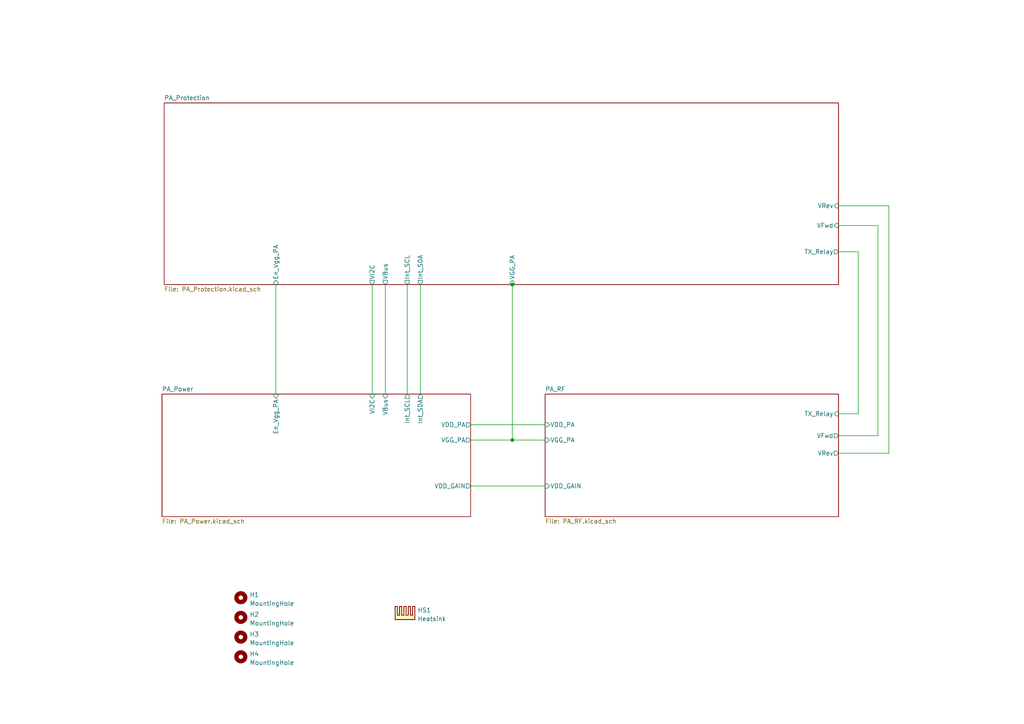
<source format=kicad_sch>
(kicad_sch (version 20211123) (generator eeschema)
  (paper "A4")
  (lib_symbols
    (symbol "Mechanical:Heatsink" (pin_names (offset 1.016))
      (property "Reference" "HS" (at 0 5.08 0))
      (property "Value" "Heatsink" (at 0 -1.27 0))
      (symbol "Heatsink_0_1"
        (polyline (pts (xy -0.3302 1.27) (xy -0.9652 1.27) (xy -0.9652 3.81) (xy -1.6002 3.81) (xy -1.6002 1.27) (xy -2.2352 1.27) (xy -2.2352 3.81) (xy -2.8702 3.81) (xy -2.8702 0) (xy -0.9652 0)) (stroke (width 0.254)) (fill (type background)))
        (polyline (pts (xy -0.3302 1.27) (xy -0.3302 3.81) (xy 0.3048 3.81) (xy 0.3048 1.27) (xy 0.9398 1.27) (xy 0.9398 3.81) (xy 1.5748 3.81) (xy 1.5748 1.27) (xy 2.2098 1.27) (xy 2.2098 3.81) (xy 2.8448 3.81) (xy 2.8448 0) (xy -0.9652 0)) (stroke (width 0.254)) (fill (type background)))
      )
    )
    (symbol "Mechanical:MountingHole" (pin_names (offset 1.016))
      (property "Reference" "H" (at 0 5.08 0))
      (property "Value" "MountingHole" (at 0 3.175 0))
      (symbol "MountingHole_0_1"
        (circle (center 0 0) (radius 1.27) (stroke (width 1.27)))
      )
    )
  )
  (junction (at 148.59 82.55))
  (junction (at 148.59 127.635))
  (wire (pts (xy 254.635 65.405) (xy 243.205 65.405)))
  (wire (pts (xy 248.92 73.025) (xy 248.92 120.015)))
  (wire (pts (xy 111.76 82.55) (xy 111.76 114.3)))
  (wire (pts (xy 243.205 59.69) (xy 257.81 59.69)))
  (wire (pts (xy 257.81 59.69) (xy 257.81 131.445)))
  (wire (pts (xy 243.205 126.365) (xy 254.635 126.365)))
  (wire (pts (xy 148.59 82.55) (xy 148.59 127.635)))
  (wire (pts (xy 136.525 127.635) (xy 148.59 127.635)))
  (wire (pts (xy 248.92 120.015) (xy 243.205 120.015)))
  (wire (pts (xy 80.01 82.55) (xy 80.01 114.3)))
  (wire (pts (xy 257.81 131.445) (xy 243.205 131.445)))
  (wire (pts (xy 254.635 126.365) (xy 254.635 65.405)))
  (wire (pts (xy 118.11 82.55) (xy 118.11 114.3)))
  (wire (pts (xy 148.59 81.915) (xy 148.59 82.55)))
  (wire (pts (xy 121.92 82.55) (xy 121.92 114.3)))
  (wire (pts (xy 107.95 82.55) (xy 107.95 114.3)))
  (wire (pts (xy 136.525 123.19) (xy 158.115 123.19)))
  (wire (pts (xy 148.59 127.635) (xy 158.115 127.635)))
  (wire (pts (xy 243.205 73.025) (xy 248.92 73.025)))
  (wire (pts (xy 136.525 140.97) (xy 158.115 140.97)))
  (symbol (lib_id "Mechanical:Heatsink") (at 117.475 179.705 0) (unit 1)
    (property "Reference" "HS1" (at 121.0818 176.9653 0) (effects (justify left)))
    (property "Value" "Heatsink" (at 121.0818 179.5022 0) (effects (justify left)))
    (property "Footprint" "Pi_Tx:Copper_Pad" (effects hide))
  )
  (symbol (lib_id "Mechanical:MountingHole") (at 69.85 184.785 0) (unit 1)
    (property "Reference" "H3" (at 72.39 183.9503 0) (effects (justify left)))
    (property "Value" "MountingHole" (at 72.39 186.4872 0) (effects (justify left)))
    (property "Footprint" "MountingHole:MountingHole_4.3mm_M4" (effects hide))
  )
  (symbol (lib_id "Mechanical:MountingHole") (at 69.85 173.355 0) (unit 1)
    (property "Reference" "H1" (at 72.39 172.5203 0) (effects (justify left)))
    (property "Value" "MountingHole" (at 72.39 175.0572 0) (effects (justify left)))
    (property "Footprint" "MountingHole:MountingHole_4.3mm_M4" (effects hide))
  )
  (symbol (lib_id "Mechanical:MountingHole") (at 69.85 179.07 0) (unit 1)
    (property "Reference" "H2" (at 72.39 178.2353 0) (effects (justify left)))
    (property "Value" "MountingHole" (at 72.39 180.7722 0) (effects (justify left)))
    (property "Footprint" "MountingHole:MountingHole_4.3mm_M4" (effects hide))
  )
  (symbol (lib_id "Mechanical:MountingHole") (at 69.85 190.5 0) (unit 1)
    (property "Reference" "H4" (at 72.39 189.6653 0) (effects (justify left)))
    (property "Value" "MountingHole" (at 72.39 192.2022 0) (effects (justify left)))
    (property "Footprint" "MountingHole:MountingHole_4.3mm_M4" (effects hide))
  )
  (sheet (at 47.625 29.845) (size 195.58 52.705) (stroke (width 0.1524))
    (property "Sheet name" "PA_Protection" (at 47.625 29.1334 0) (effects (justify left bottom)))
    (property "Sheet file" "PA_Protection.kicad_sch" (at 47.625 83.1346 0) (effects (justify left top)))
    (pin "En_Vgg_PA" input (at 80.01 82.55 270))
    (pin "TX_Relay" output (at 243.205 73.025 0))
    (pin "VI2C" output (at 107.95 82.55 270))
    (pin "VBus" output (at 111.76 82.55 270))
    (pin "Int_SCL" output (at 118.11 82.55 270))
    (pin "Int_SDA" output (at 121.92 82.55 270))
    (pin "VRev" input (at 243.205 59.69 0))
    (pin "VFwd" input (at 243.205 65.405 0))
    (pin "VGG_PA" input (at 148.59 82.55 270))
  )
  (sheet (at 158.115 114.3) (size 85.09 35.56) (stroke (width 0.1524))
    (property "Sheet name" "PA_RF" (at 158.115 113.5884 0) (effects (justify left bottom)))
    (property "Sheet file" "PA_RF.kicad_sch" (at 158.115 150.4446 0) (effects (justify left top)))
    (pin "VGG_PA" input (at 158.115 127.635 180))
    (pin "VFwd" output (at 243.205 126.365 0))
    (pin "TX_Relay" input (at 243.205 120.015 0))
    (pin "VRev" output (at 243.205 131.445 0))
    (pin "VDD_GAIN" input (at 158.115 140.97 180))
    (pin "VDD_PA" input (at 158.115 123.19 180))
  )
  (sheet (at 46.99 114.3) (size 89.535 35.56) (stroke (width 0.1524))
    (property "Sheet name" "PA_Power" (at 46.99 113.5884 0) (effects (justify left bottom)))
    (property "Sheet file" "PA_Power.kicad_sch" (at 46.99 150.4446 0) (effects (justify left top)))
    (pin "VDD_GAIN" output (at 136.525 140.97 0))
    (pin "VDD_PA" output (at 136.525 123.19 0))
    (pin "VGG_PA" output (at 136.525 127.635 0))
    (pin "En_Vgg_PA" input (at 80.01 114.3 90))
    (pin "Int_SDA" output (at 121.92 114.3 90))
    (pin "Int_SCL" output (at 118.11 114.3 90))
    (pin "VBus" input (at 111.76 114.3 90))
    (pin "VI2C" input (at 107.95 114.3 90))
  )
)
</source>
